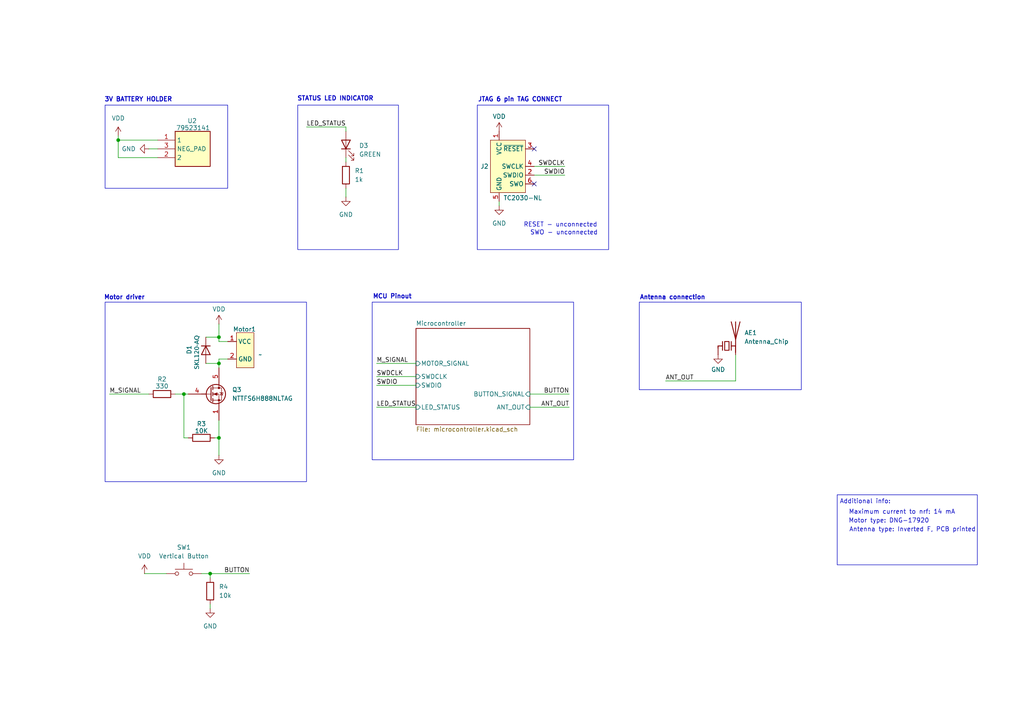
<source format=kicad_sch>
(kicad_sch (version 20250114) (generator "eeschema") (generator_version "9.0")
  (paper "A4")
  (lib_symbols
    (symbol "79523141:79523141"
      (property "Reference" "U1" (at 8.636 5.588 0))
      (property "Value" "79523141" (at 5.334 3.556 0))
      (symbol "79523141_1_1"
        (rectangle (start 5.08 2.54) (end 15.24 -7.62) (stroke (width 0.254)) (fill (type background)))
        (pin passive line (at 0 0 0) (length 5.08) (name "1") (number "1"))
        (pin passive line (at 0 -2.54 0) (length 5.08) (name "NEG_PAD") (number "3"))
        (pin passive line (at 0 -5.08 0) (length 5.08) (name "2") (number "2"))
      )
    )
    (symbol "Connector:Conn_ARM_SWD_TagConnect_TC2030-NL" (in_bom no)
      (property "Reference" "J" (at 2.54 11.43 0))
      (property "Value" "Conn_ARM_SWD_TagConnect_TC2030-NL" (at 2.54 8.89 0))
      (symbol "Conn_ARM_SWD_TagConnect_TC2030-NL_0_0"
        (pin power_in line (at -2.54 10.16 270) (length 2.54) (name "VCC") (number "1"))
        (pin power_in line (at -2.54 -10.16 90) (length 2.54) (name "GND") (number "5"))
        (pin open_collector line (at 7.62 5.08 180) (length 2.54) (name "~{RESET}") (number "3"))
        (pin output line (at 7.62 0 180) (length 2.54) (name "SWCLK") (number "4"))
        (pin bidirectional line (at 7.62 -2.54 180) (length 2.54) (name "SWDIO") (number "2"))
        (pin input line (at 7.62 -5.08 180) (length 2.54) (name "SWO") (number "6"))
      )
      (symbol "Conn_ARM_SWD_TagConnect_TC2030-NL_0_1"
        (rectangle (start -5.08 7.62) (end 5.08 -7.62) (fill (type background)))
      )
    )
    (symbol "Device:Antenna_Chip" (pin_numbers (hide yes)) (pin_names (offset 1.016) (hide yes))
      (property "Reference" "AE" (at 0 5.08 0))
      (property "Value" "Antenna_Chip" (at 0 3.175 0))
      (symbol "Antenna_Chip_0_1"
        (polyline (pts (xy -2.54 0) (xy -2.54 -0.635)) (stroke (width 0.254)))
        (polyline (pts (xy -2.54 0) (xy -1.27 0)) (stroke (width 0.254)))
        (polyline (pts (xy -1.27 1.27) (xy -1.27 -1.27) (xy -1.27 0)) (stroke (width 0.254)))
        (polyline (pts (xy -0.635 1.27) (xy 0.635 1.27) (xy 0.635 -1.27) (xy -0.635 -1.27) (xy -0.635 1.27)) (stroke (width 0.254)))
        (polyline (pts (xy 1.27 1.27) (xy 1.27 -1.27)) (stroke (width 0.254)))
        (polyline (pts (xy 1.27 0) (xy 2.54 0)) (stroke (width 0.254)))
        (polyline (pts (xy 2.54 6.985) (xy 2.54 -1.905)) (stroke (width 0.254)))
        (polyline (pts (xy 2.54 -0.635) (xy 2.54 0)))
        (polyline (pts (xy 3.81 6.985) (xy 2.54 1.905) (xy 1.27 6.985)) (stroke (width 0.254)))
      )
      (symbol "Antenna_Chip_1_1"
        (pin input line (at -2.54 -2.54 90) (length 2.54) (name "FEED") (number "1"))
        (pin passive line (at 2.54 -2.54 90) (length 2.54) (name "PCB_Trace") (number "2"))
      )
    )
    (symbol "Device:D" (pin_numbers (hide yes)) (pin_names (offset 1.016) (hide yes))
      (property "Reference" "D" (at 0 2.54 0))
      (property "Value" "D" (at 0 -2.54 0))
      (symbol "D_0_1"
        (polyline (pts (xy -1.27 1.27) (xy -1.27 -1.27)) (stroke (width 0.254)))
        (polyline (pts (xy 1.27 1.27) (xy 1.27 -1.27) (xy -1.27 0) (xy 1.27 1.27)) (stroke (width 0.254)))
        (polyline (pts (xy 1.27 0) (xy -1.27 0)))
      )
      (symbol "D_1_1"
        (pin passive line (at -3.81 0 0) (length 2.54) (name "K") (number "1"))
        (pin passive line (at 3.81 0 180) (length 2.54) (name "A") (number "2"))
      )
    )
    (symbol "Device:R" (pin_numbers (hide yes)) (pin_names (offset 0))
      (property "Reference" "R" (at 2.032 0 90))
      (property "Value" "R" (at 0 0 90))
      (symbol "R_0_1"
        (rectangle (start -1.016 -2.54) (end 1.016 2.54) (stroke (width 0.254)))
      )
      (symbol "R_1_1"
        (pin passive line (at 0 3.81 270) (length 1.27) (name "~") (number "1"))
        (pin passive line (at 0 -3.81 90) (length 1.27) (name "~") (number "2"))
      )
    )
    (symbol "LED:IR26-21C_L110_TR8" (pin_numbers (hide yes)) (pin_names (offset 1.016) (hide yes))
      (property "Reference" "D" (at 0 2.54 0))
      (property "Value" "IR26-21C_L110_TR8" (at 0 -3.81 0))
      (symbol "IR26-21C_L110_TR8_0_1"
        (polyline (pts (xy -3.048 -0.762) (xy -4.572 -2.286) (xy -3.81 -2.286) (xy -4.572 -2.286) (xy -4.572 -1.524)))
        (polyline (pts (xy -1.778 -0.762) (xy -3.302 -2.286) (xy -2.54 -2.286) (xy -3.302 -2.286) (xy -3.302 -1.524)))
        (polyline (pts (xy -1.27 0) (xy 1.27 0)))
        (polyline (pts (xy -1.27 -1.27) (xy -1.27 1.27)) (stroke (width 0.254)))
        (polyline (pts (xy 1.27 -1.27) (xy 1.27 1.27) (xy -1.27 0) (xy 1.27 -1.27)) (stroke (width 0.254)))
      )
      (symbol "IR26-21C_L110_TR8_1_1"
        (pin passive line (at -3.81 0 0) (length 2.54) (name "K") (number "1"))
        (pin passive line (at 3.81 0 180) (length 2.54) (name "A") (number "2"))
      )
    )
    (symbol "Motor_pins_1"
      (property "Reference" "U" (at 0 3.81 0))
      (symbol "Motor_pins_1_0_1"
        (rectangle (start -2.54 2.54) (end -2.54 2.54))
      )
      (symbol "Motor_pins_1_1_1"
        (rectangle (start -2.54 2.54) (end 2.54 -7.62) (fill (type color) (color 255 255 194 1)))
        (pin input line (at -5.08 0 0) (length 2.54) (name "VCC") (number "1"))
        (pin input line (at -5.08 -5.08 0) (length 2.54) (name "GND") (number "2"))
      )
    )
    (symbol "NTTFS6H888NLTAG_2"
      (property "Reference" "Q2" (at 31.75 -31.7499 0))
      (property "Value" "NTTFS6H888NLTAG" (at 31.75 -34.2899 0))
      (symbol "NTTFS6H888NLTAG_2_0_1"
        (polyline (pts (xy 25.654 -31.115) (xy 25.654 -34.925)) (stroke (width 0.254)))
        (polyline (pts (xy 25.654 -33.02) (xy 22.86 -33.02)))
        (polyline (pts (xy 26.162 -30.734) (xy 26.162 -31.75)) (stroke (width 0.254)))
        (polyline (pts (xy 26.162 -32.512) (xy 26.162 -33.528)) (stroke (width 0.254)))
        (polyline (pts (xy 26.162 -34.29) (xy 26.162 -35.306)) (stroke (width 0.254)))
        (polyline (pts (xy 26.162 -34.798) (xy 28.702 -34.798) (xy 28.702 -31.242) (xy 26.162 -31.242)))
        (polyline (pts (xy 26.416 -33.02) (xy 27.432 -32.639) (xy 27.432 -33.401) (xy 26.416 -33.02)) (fill (type outline)))
        (circle (center 27.051 -33.02) (radius 2.794) (stroke (width 0.254)))
        (polyline (pts (xy 27.94 -30.48) (xy 27.94 -31.242)))
        (circle (center 27.94 -31.242) (radius 0.254) (fill (type outline)))
        (circle (center 27.94 -34.798) (radius 0.254) (fill (type outline)))
        (polyline (pts (xy 27.94 -35.56) (xy 27.94 -33.02) (xy 26.162 -33.02)))
        (polyline (pts (xy 28.194 -32.512) (xy 28.321 -32.639) (xy 29.083 -32.639) (xy 29.21 -32.766)))
        (polyline (pts (xy 28.702 -32.639) (xy 28.321 -33.274) (xy 29.083 -33.274) (xy 28.702 -32.639)))
      )
      (symbol "NTTFS6H888NLTAG_2_1_1"
        (pin passive line (at 0 -2.54 0) (length 5.08) (hide yes) (name "S_2") (number "2"))
        (pin passive line (at 0 -5.08 0) (length 5.08) (hide yes) (name "S_3") (number "3"))
        (pin passive line (at 0 -12.7 0) (length 5.08) (hide yes) (name "D_2") (number "6"))
        (pin passive line (at 19.05 -33.02 0) (length 5.08) (name "") (number "4"))
        (pin passive line (at 25.4 0 180) (length 5.08) (hide yes) (name "D_3") (number "7"))
        (pin passive line (at 25.4 -2.54 180) (length 5.08) (hide yes) (name "D_4") (number "8"))
        (pin passive line (at 25.4 -5.08 180) (length 5.08) (hide yes) (name "D_5") (number "9"))
        (pin passive line (at 25.4 -7.62 180) (length 5.08) (hide yes) (name "D_6") (number "10"))
        (pin passive line (at 25.4 -10.16 180) (length 5.08) (hide yes) (name "D_7") (number "11"))
        (pin passive line (at 27.94 -25.4 270) (length 5.08) (name "") (number "5"))
        (pin passive line (at 27.94 -40.64 90) (length 5.08) (name "") (number "1"))
      )
    )
    (symbol "Switch:SW_Push" (pin_numbers (hide yes)) (pin_names (offset 1.016) (hide yes))
      (property "Reference" "SW" (at 1.27 2.54 0))
      (property "Value" "SW_Push" (at 0 -1.524 0))
      (symbol "SW_Push_0_1"
        (circle (center -2.032 0) (radius 0.508))
        (polyline (pts (xy 0 1.27) (xy 0 3.048)))
        (circle (center 2.032 0) (radius 0.508))
        (polyline (pts (xy 2.54 1.27) (xy -2.54 1.27)))
        (pin passive line (at -5.08 0 0) (length 2.54) (name "1") (number "1"))
        (pin passive line (at 5.08 0 180) (length 2.54) (name "2") (number "2"))
      )
    )
    (symbol "power:GND" (power) (pin_numbers (hide yes)) (pin_names (offset 0) (hide yes))
      (property "Value" "GND" (at 0 -3.81 0))
      (symbol "GND_0_1"
        (polyline (pts (xy 0 0) (xy 0 -1.27) (xy 1.27 -1.27) (xy 0 -2.54) (xy -1.27 -1.27) (xy 0 -1.27)))
      )
      (symbol "GND_1_1"
        (pin power_in line (at 0 0 270) (length 0) (name "~") (number "1"))
      )
    )
    (symbol "power:VDD" (power) (pin_numbers (hide yes)) (pin_names (offset 0) (hide yes))
      (property "Value" "VDD" (at 0 3.556 0))
      (symbol "VDD_0_1"
        (polyline (pts (xy -0.762 1.27) (xy 0 2.54)))
        (polyline (pts (xy 0 2.54) (xy 0.762 1.27)))
        (polyline (pts (xy 0 0) (xy 0 2.54)))
      )
      (symbol "VDD_1_1"
        (pin power_in line (at 0 0 90) (length 0) (name "~") (number "1"))
      )
    )
  )
  (rectangle (start 138.43 30.48) (end 176.53 72.39))
  (rectangle (start 30.48 30.48) (end 66.04 54.61))
  (rectangle (start 185.42 87.63) (end 232.41 113.03))
  (rectangle (start 242.824 143.51) (end 283.464 163.83))
  (rectangle (start 86.36 30.48) (end 115.57 72.39))
  (rectangle (start 107.95 87.63) (end 166.37 133.35))
  (rectangle (start 30.48 87.63) (end 88.9 139.7))
  (text "Maximum current to nrf: 14 mA" (at 261.62 148.59 0) (effects (font (size 1.27 1.27))))
  (text "Additional info:" (at 250.952 145.542 0) (effects (font (size 1.27 1.27))))
  (text "MCU Pinout" (at 113.792 86.106 0) (effects (font (size 1.27 1.27) (thickness 0.254) (bold yes))))
  (text "JTAG 6 pin TAG CONNECT" (at 150.876 28.956 0) (effects (font (size 1.27 1.27) (thickness 0.254) (bold yes))))
  (text "SWO - unconnected" (at 163.576 67.564 0) (effects (font (size 1.27 1.27) (thickness 0.1588))))
  (text "Motor type: DNG-17920" (at 257.81 151.13 0) (effects (font (size 1.27 1.27))))
  (text "Antenna connection" (at 195.072 86.36 0) (effects (font (size 1.27 1.27) (thickness 0.254) (bold yes))))
  (text "STATUS LED INDICATOR" (at 97.282 28.702 0) (effects (font (size 1.27 1.27) (thickness 0.254) (bold yes))))
  (text "3V BATTERY HOLDER" (at 40.132 28.956 0) (effects (font (size 1.27 1.27) (thickness 0.254) (bold yes))))
  (text "RESET - unconnected" (at 162.56 65.278 0) (effects (font (size 1.27 1.27))))
  (text "Motor driver " (at 36.576 86.36 0) (effects (font (size 1.27 1.27) (thickness 0.254) (bold yes))))
  (text "Antenna type: Inverted F, PCB printed" (at 264.668 153.67 0) (effects (font (size 1.27 1.27))))
  (junction (at 53.34 114.3))
  (junction (at 63.5 97.79))
  (junction (at 60.96 166.37))
  (junction (at 34.29 40.64))
  (junction (at 63.5 127))
  (junction (at 63.5 105.41))
  (no_connect (at 154.94 43.18))
  (no_connect (at 154.94 53.34))
  (wire (pts (xy 63.5 99.06) (xy 63.5 97.79)))
  (wire (pts (xy 213.36 110.49) (xy 213.36 102.87)))
  (wire (pts (xy 34.29 39.37) (xy 34.29 40.64)))
  (wire (pts (xy 63.5 97.79) (xy 63.5 93.98)))
  (wire (pts (xy 53.34 127) (xy 54.61 127)))
  (wire (pts (xy 100.33 36.83) (xy 100.33 38.1)))
  (wire (pts (xy 154.94 50.8) (xy 163.83 50.8)))
  (wire (pts (xy 58.42 166.37) (xy 60.96 166.37)))
  (wire (pts (xy 100.33 45.72) (xy 100.33 46.99)))
  (wire (pts (xy 53.34 127) (xy 53.34 114.3)))
  (wire (pts (xy 100.33 54.61) (xy 100.33 57.15)))
  (wire (pts (xy 34.29 40.64) (xy 34.29 45.72)))
  (wire (pts (xy 63.5 121.92) (xy 63.5 127)))
  (wire (pts (xy 60.96 166.37) (xy 72.39 166.37)))
  (wire (pts (xy 41.91 166.37) (xy 48.26 166.37)))
  (wire (pts (xy 153.67 114.3) (xy 165.1 114.3)))
  (wire (pts (xy 43.18 43.18) (xy 45.72 43.18)))
  (wire (pts (xy 63.5 106.68) (xy 63.5 105.41)))
  (wire (pts (xy 50.8 114.3) (xy 53.34 114.3)))
  (wire (pts (xy 109.22 105.41) (xy 120.65 105.41)))
  (wire (pts (xy 63.5 127) (xy 63.5 132.08)))
  (wire (pts (xy 63.5 105.41) (xy 63.5 104.14)))
  (wire (pts (xy 63.5 104.14) (xy 66.04 104.14)))
  (wire (pts (xy 53.34 114.3) (xy 54.61 114.3)))
  (wire (pts (xy 59.69 97.79) (xy 63.5 97.79)))
  (wire (pts (xy 109.22 109.22) (xy 120.65 109.22)))
  (wire (pts (xy 109.22 111.76) (xy 120.65 111.76)))
  (wire (pts (xy 34.29 45.72) (xy 45.72 45.72)))
  (wire (pts (xy 193.04 110.49) (xy 213.36 110.49)))
  (wire (pts (xy 31.75 114.3) (xy 43.18 114.3)))
  (wire (pts (xy 88.9 36.83) (xy 100.33 36.83)))
  (wire (pts (xy 144.78 58.42) (xy 144.78 59.69)))
  (wire (pts (xy 154.94 48.26) (xy 163.83 48.26)))
  (wire (pts (xy 60.96 175.26) (xy 60.96 176.53)))
  (wire (pts (xy 60.96 166.37) (xy 60.96 167.64)))
  (wire (pts (xy 59.69 105.41) (xy 63.5 105.41)))
  (wire (pts (xy 109.22 118.11) (xy 120.65 118.11)))
  (wire (pts (xy 66.04 99.06) (xy 63.5 99.06)))
  (wire (pts (xy 153.67 118.11) (xy 165.1 118.11)))
  (wire (pts (xy 62.23 127) (xy 63.5 127)))
  (wire (pts (xy 34.29 40.64) (xy 45.72 40.64)))
  (label "ANT_OUT" (at 193.04 110.49 0))
  (label "SWDCLK" (at 163.83 48.26 180) (effects (font (thickness 0.1588))))
  (label "LED_STATUS" (at 88.9 36.83 0) (effects (font (thickness 0.1588))))
  (label "SWDIO" (at 109.22 111.76 0) (effects (font (thickness 0.1588))))
  (label "ANT_OUT" (at 165.1 118.11 180))
  (label "SWDIO" (at 163.83 50.8 180) (effects (font (thickness 0.1588))))
  (label "BUTTON" (at 72.39 166.37 180))
  (label "LED_STATUS" (at 109.22 118.11 0) (effects (font (thickness 0.1588))))
  (label "BUTTON" (at 165.1 114.3 180))
  (label "SWDCLK" (at 109.22 109.22 0) (effects (font (thickness 0.1588))))
  (label "M_SIGNAL" (at 109.22 105.41 0))
  (label "M_SIGNAL" (at 31.75 114.3 0))
  (symbol (lib_id "Device:R") (at 58.42 127 90) (unit 1)
    (property "Reference" "R3" (at 58.42 122.936 90))
    (property "Value" "10K" (at 58.42 124.968 90))
    (property "Footprint" "Capacitor_SMD:C_0402_1005Metric" (effects (hide yes)))
    (property "Description" "Resistor" (effects (hide yes)))
  )
  (symbol (lib_id "power:GND") (at 60.96 176.53 0) (unit 1)
    (property "Reference" "#PWR027" (effects (hide yes)))
    (property "Value" "GND" (at 60.96 181.61 0))
    (property "Description" "Power symbol creates a global label with name \"GND\" , ground" (effects (hide yes)))
  )
  (symbol (lib_id "Connector:Conn_ARM_SWD_TagConnect_TC2030-NL") (at 147.32 48.26 0) (unit 1) (in_bom no)
    (property "Reference" "J2" (at 141.732 48.26 0) (effects (justify right)))
    (property "Value" "TC2030-NL" (at 157.226 57.404 0) (effects (justify right)))
    (property "Footprint" "Connector:Tag-Connect_TC2030-IDC-NL_2x03_P1.27mm_Vertical" (effects (hide yes)))
    (property "Datasheet" "https://www.tag-connect.com/wp-content/uploads/bsk-pdf-manager/TC2030-CTX_1.pdf" (effects (hide yes)))
    (property "Description" "Tag-Connect ARM Cortex SWD JTAG connector, 6 pin, no legs" (effects (hide yes)))
  )
  (symbol (lib_id "power:GND") (at 63.5 132.08 0) (unit 1)
    (property "Reference" "#PWR018" (effects (hide yes)))
    (property "Value" "GND" (at 63.5 137.16 0))
    (property "Description" "Power symbol creates a global label with name \"GND\" , ground" (effects (hide yes)))
  )
  (symbol (lib_id "power:VDD") (at 144.78 38.1 0) (unit 1)
    (property "Reference" "#PWR023" (effects (hide yes)))
    (property "Value" "VDD" (at 144.78 33.782 0))
    (property "Description" "Power symbol creates a global label with name \"VDD\"" (effects (hide yes)))
  )
  (symbol (lib_id "Device:Antenna_Chip") (at 210.82 100.33 0) (unit 1)
    (property "Reference" "AE1" (at 215.9 96.5199 0) (effects (justify left)))
    (property "Value" "Antenna_Chip" (at 215.9 99.0599 0) (effects (justify left)))
    (property "Footprint" "libraries:ESPRESSIF_ESP32_MIFA_2.4GHz_Right" (effects (hide yes)))
    (property "Description" "Ceramic chip antenna with pin for PCB trace" (effects (hide yes)))
  )
  (symbol (lib_id "Switch:SW_Push") (at 53.34 166.37 0) (unit 1)
    (property "Reference" "SW1" (at 53.34 158.75 0))
    (property "Value" "Vertical Button" (at 53.34 161.29 0))
    (property "Footprint" "Library:Pushbutton from ST" (effects (hide yes)))
    (property "Description" "Push button switch, generic, two pins" (effects (hide yes)))
  )
  (symbol (lib_id "power:VDD") (at 41.91 166.37 0) (unit 1)
    (property "Reference" "#PWR019" (effects (hide yes)))
    (property "Value" "VDD" (at 41.91 161.29 0))
    (property "Description" "Power symbol creates a global label with name \"VDD\"" (effects (hide yes)))
  )
  (symbol (lib_id "Device:R") (at 46.99 114.3 90) (unit 1)
    (property "Reference" "R2" (at 46.99 109.982 90))
    (property "Value" "330" (at 46.99 112.014 90))
    (property "Footprint" "Capacitor_SMD:C_0402_1005Metric" (effects (hide yes)))
    (property "Description" "Resistor" (effects (hide yes)))
  )
  (symbol (lib_id "power:VDD") (at 63.5 93.98 0) (unit 1)
    (property "Reference" "#PWR025" (effects (hide yes)))
    (property "Value" "VDD" (at 63.5 89.662 0))
    (property "Description" "Power symbol creates a global label with name \"VDD\"" (effects (hide yes)))
  )
  (symbol (lib_id "power:GND") (at 144.78 59.69 0) (unit 1)
    (property "Reference" "#PWR024" (effects (hide yes)))
    (property "Value" "GND" (at 144.78 64.77 0))
    (property "Description" "Power symbol creates a global label with name \"GND\" , ground" (effects (hide yes)))
  )
  (symbol (lib_id "LED:IR26-21C_L110_TR8") (at 100.33 41.91 90) (unit 1)
    (property "Reference" "D3" (at 104.14 42.2274 90) (effects (justify right)))
    (property "Value" "GREEN" (at 104.14 44.7674 90) (effects (justify right)))
    (property "Footprint" "LED_SMD:LED_1206_3216Metric" (effects (hide yes)))
    (property "Datasheet" "http://www.everlight.com/file/ProductFile/IR26-21C-L110-TR8.pdf" (effects (hide yes)))
    (property "Description" "940nm, 20 deg, Infrared LED, 1206" (effects (hide yes)))
  )
  (symbol (lib_id "79523141:79523141") (at 45.72 40.64 0) (unit 1)
    (property "Reference" "U2" (at 54.356 35.052 0) (effects (justify left)))
    (property "Value" "79523141" (at 51.054 37.084 0) (effects (justify left)))
    (property "Footprint" "libraries:79523141" (effects (hide yes)))
    (property "Datasheet" "https://katalog.we-online.de/em/datasheet/79523141.pdf" (effects (hide yes)))
    (property "Description" "Cylindrical Battery Contacts, Clips, Holders & Springs Battery Holder 1 Li Coin Cell WA-BCMC" (effects (hide yes)))
    (property "Height" "3.85" (effects (hide yes)))
    (property "Mouser Part Number" "710-79523141" (effects (hide yes)))
    (property "Mouser Price/Stock" "https://www.mouser.co.uk/ProductDetail/Wurth-Elektronik/79523141?qs=wr8lucFkNMWVwngw9WB1kw%3D%3D" (effects (hide yes)))
    (property "Manufacturer_Name" "Wurth Elektronik" (effects (hide yes)))
    (property "Manufacturer_Part_Number" "79523141" (effects (hide yes)))
  )
  (symbol (lib_id "power:VDD") (at 34.29 39.37 0) (unit 1)
    (property "Reference" "#PWR021" (effects (hide yes)))
    (property "Value" "VDD" (at 34.29 34.29 0))
    (property "Description" "Power symbol creates a global label with name \"VDD\"" (effects (hide yes)))
  )
  (symbol (lib_id "Device:D") (at 59.69 101.6 270) (unit 1)
    (property "Reference" "D1" (at 54.864 100.076 0) (effects (justify left)))
    (property "Value" "SKL120-AQ" (at 57.15 96.52 0) (effects (justify left)))
    (property "Footprint" "libraries:SODFL3718X170N" (effects (hide yes)))
    (property "Description" "Diode" (effects (hide yes)))
    (property "Sim.Device" "D" (effects (hide yes)))
    (property "Sim.Pins" "1=K 2=A" (effects (hide yes)))
  )
  (symbol (lib_id "Device:R") (at 100.33 50.8 0) (unit 1)
    (property "Reference" "R1" (at 102.87 49.5299 0) (effects (justify left)))
    (property "Value" "1k" (at 102.87 52.0699 0) (effects (justify left)))
    (property "Footprint" "Capacitor_SMD:C_0402_1005Metric" (effects (hide yes)))
    (property "Description" "Resistor" (effects (hide yes)))
  )
  (symbol (lib_id "Device:R") (at 60.96 171.45 0) (unit 1)
    (property "Reference" "R4" (at 63.5 170.1799 0) (effects (justify left)))
    (property "Value" "10k" (at 63.5 172.7199 0) (effects (justify left)))
    (property "Footprint" "Resistor_SMD:R_0402_1005Metric" (effects (hide yes)))
    (property "Description" "Resistor" (effects (hide yes)))
  )
  (symbol (lib_name "Motor_pins_1") (lib_id "79523141:Motor_pins") (at 71.12 99.06 0) (unit 1)
    (property "Reference" "Motor1" (at 67.564 95.504 0) (effects (justify left)))
    (property "Value" "~" (at 74.93 102.87 0) (effects (justify left)))
    (property "Footprint" "Capacitor_SMD:C_1206_3216Metric_Pad1.33x1.80mm_HandSolder" (effects (hide yes)))
  )
  (symbol (lib_id "power:GND") (at 43.18 43.18 270) (unit 1)
    (property "Reference" "#PWR026" (effects (hide yes)))
    (property "Value" "GND" (at 39.37 43.1799 90) (effects (justify right)))
    (property "Description" "Power symbol creates a global label with name \"GND\" , ground" (effects (hide yes)))
  )
  (symbol (lib_id "power:GND") (at 208.28 102.87 0) (unit 1)
    (property "Reference" "#PWR020" (effects (hide yes)))
    (property "Value" "GND" (at 208.28 107.188 0))
    (property "Description" "Power symbol creates a global label with name \"GND\" , ground" (effects (hide yes)))
  )
  (symbol (lib_id "power:GND") (at 100.33 57.15 0) (unit 1)
    (property "Reference" "#PWR022" (effects (hide yes)))
    (property "Value" "GND" (at 100.33 62.23 0))
    (property "Description" "Power symbol creates a global label with name \"GND\" , ground" (effects (hide yes)))
  )
  (symbol (lib_name "NTTFS6H888NLTAG_2") (lib_id "NTTFS6H888NLTAG:NTTFS6H888NLTAG") (at 35.56 81.28 0) (unit 1)
    (property "Reference" "Q3" (at 67.31 113.0299 0) (effects (justify left)))
    (property "Value" "NTTFS6H888NLTAG" (at 67.31 115.5699 0) (effects (justify left)))
    (property "Footprint" "libraries:NRVTS560ETFS" (effects (hide yes)))
    (property "Datasheet" "https://www.onsemi.com/pub/Collateral/NTTFS6H888NL-D.PDF" (effects (hide yes)))
    (property "Description" "Small Footprint (3.3 x 3.3 mm); Low On-Resistance; Low Capacitance; RoHS Compliant; Logic Level Capable" (effects (hide yes)))
    (property "Height" "0.85" (effects (hide yes)))
    (property "Manufacturer_Name" "onsemi" (effects (hide yes)))
    (property "Manufacturer_Part_Number" "NTTFS6H888NLTAG" (effects (hide yes)))
  )
  (sheet (at 120.65 95.25) (size 33.02 27.94) (stroke (width 0.1524))
    (property "Sheetname" "Microcontroller" (at 120.65 94.5384 0) (effects (justify left bottom)))
    (property "Sheetfile" "microcontroller.kicad_sch" (at 120.65 123.7746 0) (effects (justify left top)))
    (pin "LED_STATUS" input (at 120.65 118.11 180))
    (pin "SWDCLK" input (at 120.65 109.22 180))
    (pin "SWDIO" input (at 120.65 111.76 180))
    (pin "MOTOR_SIGNAL" input (at 120.65 105.41 180))
    (pin "ANT_OUT" input (at 153.67 118.11 0))
    (pin "BUTTON_SIGNAL" input (at 153.67 114.3 0))
  )
)
</source>
